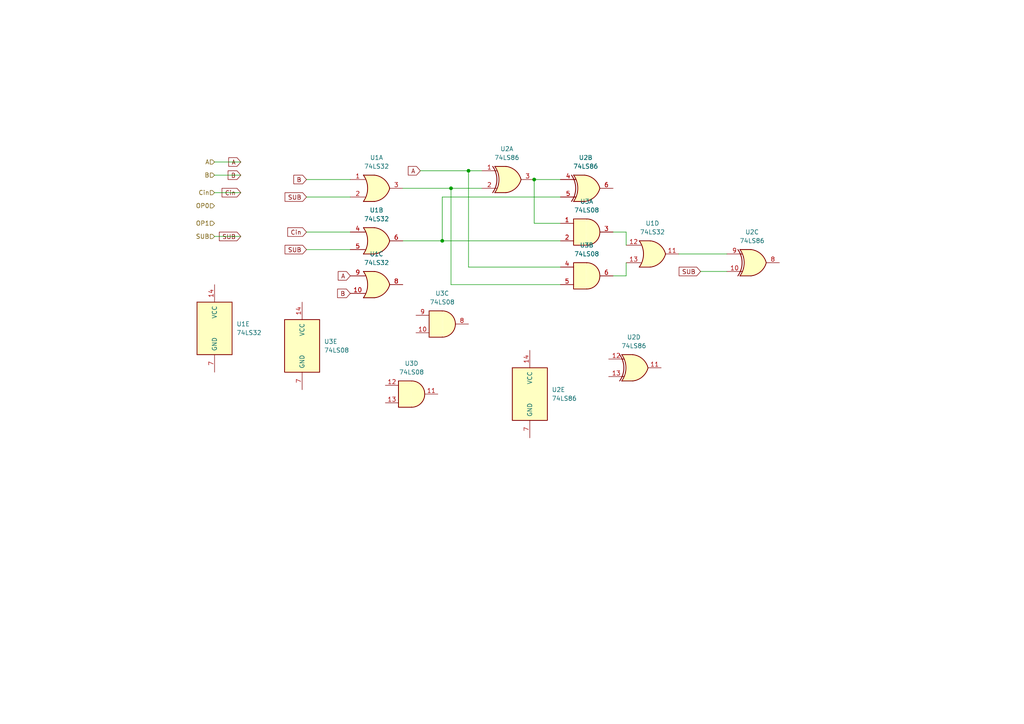
<source format=kicad_sch>
(kicad_sch (version 20231120) (generator "eeschema") (generator_version "8.0")
  (paper "A4")
  (title_block (title "1 Bit ALU") (date "2024-10-02") (rev "0.1") (company "Trivial Computing"))
  (lib_symbols
    (symbol "74xx:74LS08" (pin_names (offset 1.016))
      (property "Reference" "U" (at 0 1.27 0))
      (property "Value" "74LS08" (at 0 -1.27 0))
      (symbol "74LS08_1_1"
        (arc (start 0 -3.81) (mid 3.7934 0) (end 0 3.81) (stroke (width 0.254)) (fill (type background)))
        (polyline (pts (xy 0 3.81) (xy -3.81 3.81) (xy -3.81 -3.81) (xy 0 -3.81)) (stroke (width 0.254)) (fill (type background)))
        (pin input line (at -7.62 2.54 0) (length 3.81) (name "~") (number "1"))
        (pin input line (at -7.62 -2.54 0) (length 3.81) (name "~") (number "2"))
        (pin output line (at 7.62 0 180) (length 3.81) (name "~") (number "3"))
      )
      (symbol "74LS08_1_2"
        (arc (start -3.81 -3.81) (mid -2.589 0) (end -3.81 3.81) (stroke (width 0.254)))
        (arc (start -0.6096 -3.81) (mid 2.1842 -2.5851) (end 3.81 0) (stroke (width 0.254)) (fill (type background)))
        (polyline (pts (xy -3.81 -3.81) (xy -0.635 -3.81)) (stroke (width 0.254)) (fill (type background)))
        (polyline (pts (xy -3.81 3.81) (xy -0.635 3.81)) (stroke (width 0.254)) (fill (type background)))
        (polyline (pts (xy -0.635 3.81) (xy -3.81 3.81) (xy -3.81 3.81) (xy -3.556 3.4036) (xy -3.0226 2.2606) (xy -2.6924 1.0414) (xy -2.6162 -0.254) (xy -2.7686 -1.4986) (xy -3.175 -2.7178) (xy -3.81 -3.81) (xy -3.81 -3.81) (xy -0.635 -3.81)) (stroke (width -25.4)) (fill (type background)))
        (arc (start 3.81 0) (mid 2.1915 2.5936) (end -0.6096 3.81) (stroke (width 0.254)) (fill (type background)))
        (pin input inverted (at -7.62 2.54 0) (length 4.318) (name "~") (number "1"))
        (pin input inverted (at -7.62 -2.54 0) (length 4.318) (name "~") (number "2"))
        (pin output inverted (at 7.62 0 180) (length 3.81) (name "~") (number "3"))
      )
      (symbol "74LS08_2_1"
        (arc (start 0 -3.81) (mid 3.7934 0) (end 0 3.81) (stroke (width 0.254)) (fill (type background)))
        (polyline (pts (xy 0 3.81) (xy -3.81 3.81) (xy -3.81 -3.81) (xy 0 -3.81)) (stroke (width 0.254)) (fill (type background)))
        (pin input line (at -7.62 2.54 0) (length 3.81) (name "~") (number "4"))
        (pin input line (at -7.62 -2.54 0) (length 3.81) (name "~") (number "5"))
        (pin output line (at 7.62 0 180) (length 3.81) (name "~") (number "6"))
      )
      (symbol "74LS08_2_2"
        (arc (start -3.81 -3.81) (mid -2.589 0) (end -3.81 3.81) (stroke (width 0.254)))
        (arc (start -0.6096 -3.81) (mid 2.1842 -2.5851) (end 3.81 0) (stroke (width 0.254)) (fill (type background)))
        (polyline (pts (xy -3.81 -3.81) (xy -0.635 -3.81)) (stroke (width 0.254)) (fill (type background)))
        (polyline (pts (xy -3.81 3.81) (xy -0.635 3.81)) (stroke (width 0.254)) (fill (type background)))
        (polyline (pts (xy -0.635 3.81) (xy -3.81 3.81) (xy -3.81 3.81) (xy -3.556 3.4036) (xy -3.0226 2.2606) (xy -2.6924 1.0414) (xy -2.6162 -0.254) (xy -2.7686 -1.4986) (xy -3.175 -2.7178) (xy -3.81 -3.81) (xy -3.81 -3.81) (xy -0.635 -3.81)) (stroke (width -25.4)) (fill (type background)))
        (arc (start 3.81 0) (mid 2.1915 2.5936) (end -0.6096 3.81) (stroke (width 0.254)) (fill (type background)))
        (pin input inverted (at -7.62 2.54 0) (length 4.318) (name "~") (number "4"))
        (pin input inverted (at -7.62 -2.54 0) (length 4.318) (name "~") (number "5"))
        (pin output inverted (at 7.62 0 180) (length 3.81) (name "~") (number "6"))
      )
      (symbol "74LS08_3_1"
        (arc (start 0 -3.81) (mid 3.7934 0) (end 0 3.81) (stroke (width 0.254)) (fill (type background)))
        (polyline (pts (xy 0 3.81) (xy -3.81 3.81) (xy -3.81 -3.81) (xy 0 -3.81)) (stroke (width 0.254)) (fill (type background)))
        (pin input line (at -7.62 -2.54 0) (length 3.81) (name "~") (number "10"))
        (pin output line (at 7.62 0 180) (length 3.81) (name "~") (number "8"))
        (pin input line (at -7.62 2.54 0) (length 3.81) (name "~") (number "9"))
      )
      (symbol "74LS08_3_2"
        (arc (start -3.81 -3.81) (mid -2.589 0) (end -3.81 3.81) (stroke (width 0.254)))
        (arc (start -0.6096 -3.81) (mid 2.1842 -2.5851) (end 3.81 0) (stroke (width 0.254)) (fill (type background)))
        (polyline (pts (xy -3.81 -3.81) (xy -0.635 -3.81)) (stroke (width 0.254)) (fill (type background)))
        (polyline (pts (xy -3.81 3.81) (xy -0.635 3.81)) (stroke (width 0.254)) (fill (type background)))
        (polyline (pts (xy -0.635 3.81) (xy -3.81 3.81) (xy -3.81 3.81) (xy -3.556 3.4036) (xy -3.0226 2.2606) (xy -2.6924 1.0414) (xy -2.6162 -0.254) (xy -2.7686 -1.4986) (xy -3.175 -2.7178) (xy -3.81 -3.81) (xy -3.81 -3.81) (xy -0.635 -3.81)) (stroke (width -25.4)) (fill (type background)))
        (arc (start 3.81 0) (mid 2.1915 2.5936) (end -0.6096 3.81) (stroke (width 0.254)) (fill (type background)))
        (pin input inverted (at -7.62 -2.54 0) (length 4.318) (name "~") (number "10"))
        (pin output inverted (at 7.62 0 180) (length 3.81) (name "~") (number "8"))
        (pin input inverted (at -7.62 2.54 0) (length 4.318) (name "~") (number "9"))
      )
      (symbol "74LS08_4_1"
        (arc (start 0 -3.81) (mid 3.7934 0) (end 0 3.81) (stroke (width 0.254)) (fill (type background)))
        (polyline (pts (xy 0 3.81) (xy -3.81 3.81) (xy -3.81 -3.81) (xy 0 -3.81)) (stroke (width 0.254)) (fill (type background)))
        (pin output line (at 7.62 0 180) (length 3.81) (name "~") (number "11"))
        (pin input line (at -7.62 2.54 0) (length 3.81) (name "~") (number "12"))
        (pin input line (at -7.62 -2.54 0) (length 3.81) (name "~") (number "13"))
      )
      (symbol "74LS08_4_2"
        (arc (start -3.81 -3.81) (mid -2.589 0) (end -3.81 3.81) (stroke (width 0.254)))
        (arc (start -0.6096 -3.81) (mid 2.1842 -2.5851) (end 3.81 0) (stroke (width 0.254)) (fill (type background)))
        (polyline (pts (xy -3.81 -3.81) (xy -0.635 -3.81)) (stroke (width 0.254)) (fill (type background)))
        (polyline (pts (xy -3.81 3.81) (xy -0.635 3.81)) (stroke (width 0.254)) (fill (type background)))
        (polyline (pts (xy -0.635 3.81) (xy -3.81 3.81) (xy -3.81 3.81) (xy -3.556 3.4036) (xy -3.0226 2.2606) (xy -2.6924 1.0414) (xy -2.6162 -0.254) (xy -2.7686 -1.4986) (xy -3.175 -2.7178) (xy -3.81 -3.81) (xy -3.81 -3.81) (xy -0.635 -3.81)) (stroke (width -25.4)) (fill (type background)))
        (arc (start 3.81 0) (mid 2.1915 2.5936) (end -0.6096 3.81) (stroke (width 0.254)) (fill (type background)))
        (pin output inverted (at 7.62 0 180) (length 3.81) (name "~") (number "11"))
        (pin input inverted (at -7.62 2.54 0) (length 4.318) (name "~") (number "12"))
        (pin input inverted (at -7.62 -2.54 0) (length 4.318) (name "~") (number "13"))
      )
      (symbol "74LS08_5_0"
        (pin power_in line (at 0 12.7 270) (length 5.08) (name "VCC") (number "14"))
        (pin power_in line (at 0 -12.7 90) (length 5.08) (name "GND") (number "7"))
      )
      (symbol "74LS08_5_1"
        (rectangle (start -5.08 7.62) (end 5.08 -7.62) (stroke (width 0.254)) (fill (type background)))
      )
    )
    (symbol "74xx:74LS32" (pin_names (offset 1.016))
      (property "Reference" "U" (at 0 1.27 0))
      (property "Value" "74LS32" (at 0 -1.27 0))
      (symbol "74LS32_1_1"
        (arc (start -3.81 -3.81) (mid -2.589 0) (end -3.81 3.81) (stroke (width 0.254)))
        (arc (start -0.6096 -3.81) (mid 2.1842 -2.5851) (end 3.81 0) (stroke (width 0.254)) (fill (type background)))
        (polyline (pts (xy -3.81 -3.81) (xy -0.635 -3.81)) (stroke (width 0.254)) (fill (type background)))
        (polyline (pts (xy -3.81 3.81) (xy -0.635 3.81)) (stroke (width 0.254)) (fill (type background)))
        (polyline (pts (xy -0.635 3.81) (xy -3.81 3.81) (xy -3.81 3.81) (xy -3.556 3.4036) (xy -3.0226 2.2606) (xy -2.6924 1.0414) (xy -2.6162 -0.254) (xy -2.7686 -1.4986) (xy -3.175 -2.7178) (xy -3.81 -3.81) (xy -3.81 -3.81) (xy -0.635 -3.81)) (stroke (width -25.4)) (fill (type background)))
        (arc (start 3.81 0) (mid 2.1915 2.5936) (end -0.6096 3.81) (stroke (width 0.254)) (fill (type background)))
        (pin input line (at -7.62 2.54 0) (length 4.318) (name "~") (number "1"))
        (pin input line (at -7.62 -2.54 0) (length 4.318) (name "~") (number "2"))
        (pin output line (at 7.62 0 180) (length 3.81) (name "~") (number "3"))
      )
      (symbol "74LS32_1_2"
        (arc (start 0 -3.81) (mid 3.7934 0) (end 0 3.81) (stroke (width 0.254)) (fill (type background)))
        (polyline (pts (xy 0 3.81) (xy -3.81 3.81) (xy -3.81 -3.81) (xy 0 -3.81)) (stroke (width 0.254)) (fill (type background)))
        (pin input inverted (at -7.62 2.54 0) (length 3.81) (name "~") (number "1"))
        (pin input inverted (at -7.62 -2.54 0) (length 3.81) (name "~") (number "2"))
        (pin output inverted (at 7.62 0 180) (length 3.81) (name "~") (number "3"))
      )
      (symbol "74LS32_2_1"
        (arc (start -3.81 -3.81) (mid -2.589 0) (end -3.81 3.81) (stroke (width 0.254)))
        (arc (start -0.6096 -3.81) (mid 2.1842 -2.5851) (end 3.81 0) (stroke (width 0.254)) (fill (type background)))
        (polyline (pts (xy -3.81 -3.81) (xy -0.635 -3.81)) (stroke (width 0.254)) (fill (type background)))
        (polyline (pts (xy -3.81 3.81) (xy -0.635 3.81)) (stroke (width 0.254)) (fill (type background)))
        (polyline (pts (xy -0.635 3.81) (xy -3.81 3.81) (xy -3.81 3.81) (xy -3.556 3.4036) (xy -3.0226 2.2606) (xy -2.6924 1.0414) (xy -2.6162 -0.254) (xy -2.7686 -1.4986) (xy -3.175 -2.7178) (xy -3.81 -3.81) (xy -3.81 -3.81) (xy -0.635 -3.81)) (stroke (width -25.4)) (fill (type background)))
        (arc (start 3.81 0) (mid 2.1915 2.5936) (end -0.6096 3.81) (stroke (width 0.254)) (fill (type background)))
        (pin input line (at -7.62 2.54 0) (length 4.318) (name "~") (number "4"))
        (pin input line (at -7.62 -2.54 0) (length 4.318) (name "~") (number "5"))
        (pin output line (at 7.62 0 180) (length 3.81) (name "~") (number "6"))
      )
      (symbol "74LS32_2_2"
        (arc (start 0 -3.81) (mid 3.7934 0) (end 0 3.81) (stroke (width 0.254)) (fill (type background)))
        (polyline (pts (xy 0 3.81) (xy -3.81 3.81) (xy -3.81 -3.81) (xy 0 -3.81)) (stroke (width 0.254)) (fill (type background)))
        (pin input inverted (at -7.62 2.54 0) (length 3.81) (name "~") (number "4"))
        (pin input inverted (at -7.62 -2.54 0) (length 3.81) (name "~") (number "5"))
        (pin output inverted (at 7.62 0 180) (length 3.81) (name "~") (number "6"))
      )
      (symbol "74LS32_3_1"
        (arc (start -3.81 -3.81) (mid -2.589 0) (end -3.81 3.81) (stroke (width 0.254)))
        (arc (start -0.6096 -3.81) (mid 2.1842 -2.5851) (end 3.81 0) (stroke (width 0.254)) (fill (type background)))
        (polyline (pts (xy -3.81 -3.81) (xy -0.635 -3.81)) (stroke (width 0.254)) (fill (type background)))
        (polyline (pts (xy -3.81 3.81) (xy -0.635 3.81)) (stroke (width 0.254)) (fill (type background)))
        (polyline (pts (xy -0.635 3.81) (xy -3.81 3.81) (xy -3.81 3.81) (xy -3.556 3.4036) (xy -3.0226 2.2606) (xy -2.6924 1.0414) (xy -2.6162 -0.254) (xy -2.7686 -1.4986) (xy -3.175 -2.7178) (xy -3.81 -3.81) (xy -3.81 -3.81) (xy -0.635 -3.81)) (stroke (width -25.4)) (fill (type background)))
        (arc (start 3.81 0) (mid 2.1915 2.5936) (end -0.6096 3.81) (stroke (width 0.254)) (fill (type background)))
        (pin input line (at -7.62 -2.54 0) (length 4.318) (name "~") (number "10"))
        (pin output line (at 7.62 0 180) (length 3.81) (name "~") (number "8"))
        (pin input line (at -7.62 2.54 0) (length 4.318) (name "~") (number "9"))
      )
      (symbol "74LS32_3_2"
        (arc (start 0 -3.81) (mid 3.7934 0) (end 0 3.81) (stroke (width 0.254)) (fill (type background)))
        (polyline (pts (xy 0 3.81) (xy -3.81 3.81) (xy -3.81 -3.81) (xy 0 -3.81)) (stroke (width 0.254)) (fill (type background)))
        (pin input inverted (at -7.62 -2.54 0) (length 3.81) (name "~") (number "10"))
        (pin output inverted (at 7.62 0 180) (length 3.81) (name "~") (number "8"))
        (pin input inverted (at -7.62 2.54 0) (length 3.81) (name "~") (number "9"))
      )
      (symbol "74LS32_4_1"
        (arc (start -3.81 -3.81) (mid -2.589 0) (end -3.81 3.81) (stroke (width 0.254)))
        (arc (start -0.6096 -3.81) (mid 2.1842 -2.5851) (end 3.81 0) (stroke (width 0.254)) (fill (type background)))
        (polyline (pts (xy -3.81 -3.81) (xy -0.635 -3.81)) (stroke (width 0.254)) (fill (type background)))
        (polyline (pts (xy -3.81 3.81) (xy -0.635 3.81)) (stroke (width 0.254)) (fill (type background)))
        (polyline (pts (xy -0.635 3.81) (xy -3.81 3.81) (xy -3.81 3.81) (xy -3.556 3.4036) (xy -3.0226 2.2606) (xy -2.6924 1.0414) (xy -2.6162 -0.254) (xy -2.7686 -1.4986) (xy -3.175 -2.7178) (xy -3.81 -3.81) (xy -3.81 -3.81) (xy -0.635 -3.81)) (stroke (width -25.4)) (fill (type background)))
        (arc (start 3.81 0) (mid 2.1915 2.5936) (end -0.6096 3.81) (stroke (width 0.254)) (fill (type background)))
        (pin output line (at 7.62 0 180) (length 3.81) (name "~") (number "11"))
        (pin input line (at -7.62 2.54 0) (length 4.318) (name "~") (number "12"))
        (pin input line (at -7.62 -2.54 0) (length 4.318) (name "~") (number "13"))
      )
      (symbol "74LS32_4_2"
        (arc (start 0 -3.81) (mid 3.7934 0) (end 0 3.81) (stroke (width 0.254)) (fill (type background)))
        (polyline (pts (xy 0 3.81) (xy -3.81 3.81) (xy -3.81 -3.81) (xy 0 -3.81)) (stroke (width 0.254)) (fill (type background)))
        (pin output inverted (at 7.62 0 180) (length 3.81) (name "~") (number "11"))
        (pin input inverted (at -7.62 2.54 0) (length 3.81) (name "~") (number "12"))
        (pin input inverted (at -7.62 -2.54 0) (length 3.81) (name "~") (number "13"))
      )
      (symbol "74LS32_5_0"
        (pin power_in line (at 0 12.7 270) (length 5.08) (name "VCC") (number "14"))
        (pin power_in line (at 0 -12.7 90) (length 5.08) (name "GND") (number "7"))
      )
      (symbol "74LS32_5_1"
        (rectangle (start -5.08 7.62) (end 5.08 -7.62) (stroke (width 0.254)) (fill (type background)))
      )
    )
    (symbol "74xx:74LS86" (pin_names (offset 1.016))
      (property "Reference" "U" (at 0 1.27 0))
      (property "Value" "74LS86" (at 0 -1.27 0))
      (symbol "74LS86_1_0"
        (arc (start -4.4196 -3.81) (mid -3.2033 0) (end -4.4196 3.81) (stroke (width 0.254)))
        (arc (start -3.81 -3.81) (mid -2.589 0) (end -3.81 3.81) (stroke (width 0.254)))
        (arc (start -0.6096 -3.81) (mid 2.1842 -2.5851) (end 3.81 0) (stroke (width 0.254)) (fill (type background)))
        (polyline (pts (xy -3.81 -3.81) (xy -0.635 -3.81)) (stroke (width 0.254)) (fill (type background)))
        (polyline (pts (xy -3.81 3.81) (xy -0.635 3.81)) (stroke (width 0.254)) (fill (type background)))
        (polyline (pts (xy -0.635 3.81) (xy -3.81 3.81) (xy -3.81 3.81) (xy -3.556 3.4036) (xy -3.0226 2.2606) (xy -2.6924 1.0414) (xy -2.6162 -0.254) (xy -2.7686 -1.4986) (xy -3.175 -2.7178) (xy -3.81 -3.81) (xy -3.81 -3.81) (xy -0.635 -3.81)) (stroke (width -25.4)) (fill (type background)))
        (arc (start 3.81 0) (mid 2.1915 2.5936) (end -0.6096 3.81) (stroke (width 0.254)) (fill (type background)))
        (pin input line (at -7.62 2.54 0) (length 4.445) (name "~") (number "1"))
        (pin input line (at -7.62 -2.54 0) (length 4.445) (name "~") (number "2"))
        (pin output line (at 7.62 0 180) (length 3.81) (name "~") (number "3"))
      )
      (symbol "74LS86_1_1"
        (polyline (pts (xy -3.81 -2.54) (xy -3.175 -2.54)) (stroke (width 0.1524)))
        (polyline (pts (xy -3.81 2.54) (xy -3.175 2.54)) (stroke (width 0.1524)))
      )
      (symbol "74LS86_2_0"
        (arc (start -4.4196 -3.81) (mid -3.2033 0) (end -4.4196 3.81) (stroke (width 0.254)))
        (arc (start -3.81 -3.81) (mid -2.589 0) (end -3.81 3.81) (stroke (width 0.254)))
        (arc (start -0.6096 -3.81) (mid 2.1842 -2.5851) (end 3.81 0) (stroke (width 0.254)) (fill (type background)))
        (polyline (pts (xy -3.81 -3.81) (xy -0.635 -3.81)) (stroke (width 0.254)) (fill (type background)))
        (polyline (pts (xy -3.81 3.81) (xy -0.635 3.81)) (stroke (width 0.254)) (fill (type background)))
        (polyline (pts (xy -0.635 3.81) (xy -3.81 3.81) (xy -3.81 3.81) (xy -3.556 3.4036) (xy -3.0226 2.2606) (xy -2.6924 1.0414) (xy -2.6162 -0.254) (xy -2.7686 -1.4986) (xy -3.175 -2.7178) (xy -3.81 -3.81) (xy -3.81 -3.81) (xy -0.635 -3.81)) (stroke (width -25.4)) (fill (type background)))
        (arc (start 3.81 0) (mid 2.1915 2.5936) (end -0.6096 3.81) (stroke (width 0.254)) (fill (type background)))
        (pin input line (at -7.62 2.54 0) (length 4.445) (name "~") (number "4"))
        (pin input line (at -7.62 -2.54 0) (length 4.445) (name "~") (number "5"))
        (pin output line (at 7.62 0 180) (length 3.81) (name "~") (number "6"))
      )
      (symbol "74LS86_2_1"
        (polyline (pts (xy -3.81 -2.54) (xy -3.175 -2.54)) (stroke (width 0.1524)))
        (polyline (pts (xy -3.81 2.54) (xy -3.175 2.54)) (stroke (width 0.1524)))
      )
      (symbol "74LS86_3_0"
        (arc (start -4.4196 -3.81) (mid -3.2033 0) (end -4.4196 3.81) (stroke (width 0.254)))
        (arc (start -3.81 -3.81) (mid -2.589 0) (end -3.81 3.81) (stroke (width 0.254)))
        (arc (start -0.6096 -3.81) (mid 2.1842 -2.5851) (end 3.81 0) (stroke (width 0.254)) (fill (type background)))
        (polyline (pts (xy -3.81 -3.81) (xy -0.635 -3.81)) (stroke (width 0.254)) (fill (type background)))
        (polyline (pts (xy -3.81 3.81) (xy -0.635 3.81)) (stroke (width 0.254)) (fill (type background)))
        (polyline (pts (xy -0.635 3.81) (xy -3.81 3.81) (xy -3.81 3.81) (xy -3.556 3.4036) (xy -3.0226 2.2606) (xy -2.6924 1.0414) (xy -2.6162 -0.254) (xy -2.7686 -1.4986) (xy -3.175 -2.7178) (xy -3.81 -3.81) (xy -3.81 -3.81) (xy -0.635 -3.81)) (stroke (width -25.4)) (fill (type background)))
        (arc (start 3.81 0) (mid 2.1915 2.5936) (end -0.6096 3.81) (stroke (width 0.254)) (fill (type background)))
        (pin input line (at -7.62 -2.54 0) (length 4.445) (name "~") (number "10"))
        (pin output line (at 7.62 0 180) (length 3.81) (name "~") (number "8"))
        (pin input line (at -7.62 2.54 0) (length 4.445) (name "~") (number "9"))
      )
      (symbol "74LS86_3_1"
        (polyline (pts (xy -3.81 -2.54) (xy -3.175 -2.54)) (stroke (width 0.1524)))
        (polyline (pts (xy -3.81 2.54) (xy -3.175 2.54)) (stroke (width 0.1524)))
      )
      (symbol "74LS86_4_0"
        (arc (start -4.4196 -3.81) (mid -3.2033 0) (end -4.4196 3.81) (stroke (width 0.254)))
        (arc (start -3.81 -3.81) (mid -2.589 0) (end -3.81 3.81) (stroke (width 0.254)))
        (arc (start -0.6096 -3.81) (mid 2.1842 -2.5851) (end 3.81 0) (stroke (width 0.254)) (fill (type background)))
        (polyline (pts (xy -3.81 -3.81) (xy -0.635 -3.81)) (stroke (width 0.254)) (fill (type background)))
        (polyline (pts (xy -3.81 3.81) (xy -0.635 3.81)) (stroke (width 0.254)) (fill (type background)))
        (polyline (pts (xy -0.635 3.81) (xy -3.81 3.81) (xy -3.81 3.81) (xy -3.556 3.4036) (xy -3.0226 2.2606) (xy -2.6924 1.0414) (xy -2.6162 -0.254) (xy -2.7686 -1.4986) (xy -3.175 -2.7178) (xy -3.81 -3.81) (xy -3.81 -3.81) (xy -0.635 -3.81)) (stroke (width -25.4)) (fill (type background)))
        (arc (start 3.81 0) (mid 2.1915 2.5936) (end -0.6096 3.81) (stroke (width 0.254)) (fill (type background)))
        (pin output line (at 7.62 0 180) (length 3.81) (name "~") (number "11"))
        (pin input line (at -7.62 2.54 0) (length 4.445) (name "~") (number "12"))
        (pin input line (at -7.62 -2.54 0) (length 4.445) (name "~") (number "13"))
      )
      (symbol "74LS86_4_1"
        (polyline (pts (xy -3.81 -2.54) (xy -3.175 -2.54)) (stroke (width 0.1524)))
        (polyline (pts (xy -3.81 2.54) (xy -3.175 2.54)) (stroke (width 0.1524)))
      )
      (symbol "74LS86_5_0"
        (pin power_in line (at 0 12.7 270) (length 5.08) (name "VCC") (number "14"))
        (pin power_in line (at 0 -12.7 90) (length 5.08) (name "GND") (number "7"))
      )
      (symbol "74LS86_5_1"
        (rectangle (start -5.08 7.62) (end 5.08 -7.62) (stroke (width 0.254)) (fill (type background)))
      )
    )
  )
  (junction (at 130.81 54.61))
  (junction (at 135.89 49.53))
  (junction (at 128.27 69.85))
  (junction (at 154.94 52.07))
  (wire (pts (xy 128.27 57.15) (xy 128.27 69.85)))
  (wire (pts (xy 88.9 57.15) (xy 101.6 57.15)))
  (wire (pts (xy 62.23 68.58) (xy 69.85 68.58)))
  (wire (pts (xy 196.85 73.66) (xy 210.82 73.66)))
  (wire (pts (xy 162.56 77.47) (xy 135.89 77.47)))
  (wire (pts (xy 88.9 72.39) (xy 101.6 72.39)))
  (wire (pts (xy 62.23 50.8) (xy 69.85 50.8)))
  (wire (pts (xy 130.81 54.61) (xy 139.7 54.61)))
  (wire (pts (xy 88.9 52.07) (xy 101.6 52.07)))
  (wire (pts (xy 135.89 77.47) (xy 135.89 49.53)))
  (wire (pts (xy 62.23 46.99) (xy 69.85 46.99)))
  (wire (pts (xy 154.94 52.07) (xy 154.94 64.77)))
  (wire (pts (xy 154.94 64.77) (xy 162.56 64.77)))
  (wire (pts (xy 181.61 80.01) (xy 177.8 80.01)))
  (wire (pts (xy 203.2 78.74) (xy 210.82 78.74)))
  (wire (pts (xy 181.61 76.2) (xy 181.61 80.01)))
  (wire (pts (xy 116.84 54.61) (xy 130.81 54.61)))
  (wire (pts (xy 121.92 49.53) (xy 135.89 49.53)))
  (wire (pts (xy 135.89 49.53) (xy 139.7 49.53)))
  (wire (pts (xy 130.81 82.55) (xy 130.81 54.61)))
  (wire (pts (xy 181.61 67.31) (xy 177.8 67.31)))
  (wire (pts (xy 62.23 55.88) (xy 69.85 55.88)))
  (wire (pts (xy 116.84 69.85) (xy 128.27 69.85)))
  (wire (pts (xy 181.61 71.12) (xy 181.61 67.31)))
  (wire (pts (xy 154.94 52.07) (xy 162.56 52.07)))
  (wire (pts (xy 162.56 82.55) (xy 130.81 82.55)))
  (wire (pts (xy 88.9 67.31) (xy 101.6 67.31)))
  (wire (pts (xy 162.56 69.85) (xy 128.27 69.85)))
  (wire (pts (xy 162.56 57.15) (xy 128.27 57.15)))
  (global_label "Cin" (shape input) (at 88.9 67.31 180) (property "Intersheetrefs" "${INTERSHEET_REFS}" (effects (hide yes))))
  (global_label "SUB" (shape input) (at 203.2 78.74 180) (property "Intersheetrefs" "${INTERSHEET_REFS}" (effects (hide yes))))
  (global_label "SUB" (shape input) (at 88.9 57.15 180) (property "Intersheetrefs" "${INTERSHEET_REFS}" (effects (hide yes))))
  (global_label "B" (shape input) (at 88.9 52.07 180) (property "Intersheetrefs" "${INTERSHEET_REFS}" (effects (hide yes))))
  (global_label "Cin" (shape input) (at 69.85 55.88 180) (property "Intersheetrefs" "${INTERSHEET_REFS}" (effects (hide yes))))
  (global_label "A" (shape input) (at 121.92 49.53 180) (property "Intersheetrefs" "${INTERSHEET_REFS}" (effects (hide yes))))
  (global_label "B" (shape input) (at 69.85 50.8 180) (property "Intersheetrefs" "${INTERSHEET_REFS}" (effects (hide yes))))
  (global_label "B" (shape input) (at 101.6 85.09 180) (property "Intersheetrefs" "${INTERSHEET_REFS}" (effects (hide yes))))
  (global_label "SUB" (shape input) (at 69.85 68.58 180) (property "Intersheetrefs" "${INTERSHEET_REFS}" (effects (hide yes))))
  (global_label "SUB" (shape input) (at 88.9 72.39 180) (property "Intersheetrefs" "${INTERSHEET_REFS}" (effects (hide yes))))
  (global_label "A" (shape input) (at 69.85 46.99 180) (property "Intersheetrefs" "${INTERSHEET_REFS}" (effects (hide yes))))
  (global_label "A" (shape input) (at 101.6 80.01 180) (property "Intersheetrefs" "${INTERSHEET_REFS}" (effects (hide yes))))
  (hierarchical_label "Cin" (shape input) (at 62.23 55.88 180))
  (hierarchical_label "OP1" (shape input) (at 62.23 64.77 180))
  (hierarchical_label "SUB" (shape input) (at 62.23 68.58 180))
  (hierarchical_label "B" (shape input) (at 62.23 50.8 180))
  (hierarchical_label "A" (shape input) (at 62.23 46.99 180))
  (hierarchical_label "OP0" (shape input) (at 62.23 59.69 180))
  (symbol (lib_id "74xx:74LS08") (at 119.38 114.3 0) (unit 4)
    (property "Reference" "U3" (at 119.3717 105.41 0))
    (property "Value" "74LS08" (at 119.3717 107.95 0))
    (property "Datasheet" "http://www.ti.com/lit/gpn/sn74LS08" (effects (hide yes)))
    (property "Description" "Quad And2" (effects (hide yes)))
  )
  (symbol (lib_id "74xx:74LS32") (at 109.22 82.55 0) (unit 3)
    (property "Reference" "U1" (at 109.22 73.66 0))
    (property "Value" "74LS32" (at 109.22 76.2 0))
    (property "Footprint" "Package_SO:SSOP-8_2.95x2.8mm_P0.65mm" (effects (hide yes)))
    (property "Datasheet" "http://www.ti.com/lit/gpn/sn74LS32" (effects (hide yes)))
    (property "Description" "Quad 2-input OR" (effects (hide yes)))
  )
  (symbol (lib_id "74xx:74LS32") (at 62.23 95.25 0) (unit 5)
    (property "Reference" "U1" (at 68.58 93.9799 0) (effects (justify left)))
    (property "Value" "74LS32" (at 68.58 96.5199 0) (effects (justify left)))
    (property "Footprint" "Package_SO:SSOP-8_2.95x2.8mm_P0.65mm" (effects (hide yes)))
    (property "Datasheet" "http://www.ti.com/lit/gpn/sn74LS32" (effects (hide yes)))
    (property "Description" "Quad 2-input OR" (effects (hide yes)))
  )
  (symbol (lib_id "74xx:74LS86") (at 147.32 52.07 0) (unit 1)
    (property "Reference" "U2" (at 147.0152 43.18 0))
    (property "Value" "74LS86" (at 147.0152 45.72 0))
    (property "Datasheet" "74xx/74ls86.pdf" (effects (hide yes)))
    (property "Description" "Quad 2-input XOR" (effects (hide yes)))
  )
  (symbol (lib_id "74xx:74LS86") (at 218.44 76.2 0) (unit 3)
    (property "Reference" "U2" (at 218.1352 67.31 0))
    (property "Value" "74LS86" (at 218.1352 69.85 0))
    (property "Datasheet" "74xx/74ls86.pdf" (effects (hide yes)))
    (property "Description" "Quad 2-input XOR" (effects (hide yes)))
  )
  (symbol (lib_id "74xx:74LS32") (at 189.23 73.66 0) (unit 4)
    (property "Reference" "U1" (at 189.23 64.77 0))
    (property "Value" "74LS32" (at 189.23 67.31 0))
    (property "Footprint" "Package_SO:SSOP-8_2.95x2.8mm_P0.65mm" (effects (hide yes)))
    (property "Datasheet" "http://www.ti.com/lit/gpn/sn74LS32" (effects (hide yes)))
    (property "Description" "Quad 2-input OR" (effects (hide yes)))
  )
  (symbol (lib_id "74xx:74LS08") (at 170.18 80.01 0) (unit 2)
    (property "Reference" "U3" (at 170.1717 71.12 0))
    (property "Value" "74LS08" (at 170.1717 73.66 0))
    (property "Datasheet" "http://www.ti.com/lit/gpn/sn74LS08" (effects (hide yes)))
    (property "Description" "Quad And2" (effects (hide yes)))
  )
  (symbol (lib_id "74xx:74LS86") (at 153.67 114.3 0) (unit 5)
    (property "Reference" "U2" (at 160.02 113.0299 0) (effects (justify left)))
    (property "Value" "74LS86" (at 160.02 115.5699 0) (effects (justify left)))
    (property "Datasheet" "74xx/74ls86.pdf" (effects (hide yes)))
    (property "Description" "Quad 2-input XOR" (effects (hide yes)))
  )
  (symbol (lib_id "74xx:74LS08") (at 170.18 67.31 0) (unit 1)
    (property "Reference" "U3" (at 170.1717 58.42 0))
    (property "Value" "74LS08" (at 170.1717 60.96 0))
    (property "Datasheet" "http://www.ti.com/lit/gpn/sn74LS08" (effects (hide yes)))
    (property "Description" "Quad And2" (effects (hide yes)))
  )
  (symbol (lib_id "74xx:74LS08") (at 128.27 93.98 0) (unit 3)
    (property "Reference" "U3" (at 128.2617 85.09 0))
    (property "Value" "74LS08" (at 128.2617 87.63 0))
    (property "Datasheet" "http://www.ti.com/lit/gpn/sn74LS08" (effects (hide yes)))
    (property "Description" "Quad And2" (effects (hide yes)))
  )
  (symbol (lib_id "74xx:74LS86") (at 184.15 106.68 0) (unit 4)
    (property "Reference" "U2" (at 183.8452 97.79 0))
    (property "Value" "74LS86" (at 183.8452 100.33 0))
    (property "Datasheet" "74xx/74ls86.pdf" (effects (hide yes)))
    (property "Description" "Quad 2-input XOR" (effects (hide yes)))
  )
  (symbol (lib_id "74xx:74LS32") (at 109.22 69.85 0) (unit 2)
    (property "Reference" "U1" (at 109.22 60.96 0))
    (property "Value" "74LS32" (at 109.22 63.5 0))
    (property "Footprint" "Package_SO:SSOP-8_2.95x2.8mm_P0.65mm" (effects (hide yes)))
    (property "Datasheet" "http://www.ti.com/lit/gpn/sn74LS32" (effects (hide yes)))
    (property "Description" "Quad 2-input OR" (effects (hide yes)))
  )
  (symbol (lib_id "74xx:74LS32") (at 109.22 54.61 0) (unit 1)
    (property "Reference" "U1" (at 109.22 45.72 0))
    (property "Value" "74LS32" (at 109.22 48.26 0))
    (property "Footprint" "Package_SO:SSOP-8_2.95x2.8mm_P0.65mm" (effects (hide yes)))
    (property "Datasheet" "http://www.ti.com/lit/gpn/sn74LS32" (effects (hide yes)))
    (property "Description" "Quad 2-input OR" (effects (hide yes)))
  )
  (symbol (lib_id "74xx:74LS08") (at 87.63 100.33 0) (unit 5)
    (property "Reference" "U3" (at 93.98 99.0599 0) (effects (justify left)))
    (property "Value" "74LS08" (at 93.98 101.5999 0) (effects (justify left)))
    (property "Datasheet" "http://www.ti.com/lit/gpn/sn74LS08" (effects (hide yes)))
    (property "Description" "Quad And2" (effects (hide yes)))
  )
  (symbol (lib_id "74xx:74LS86") (at 170.18 54.61 0) (unit 2)
    (property "Reference" "U2" (at 169.8752 45.72 0))
    (property "Value" "74LS86" (at 169.8752 48.26 0))
    (property "Datasheet" "74xx/74ls86.pdf" (effects (hide yes)))
    (property "Description" "Quad 2-input XOR" (effects (hide yes)))
  )
)
</source>
